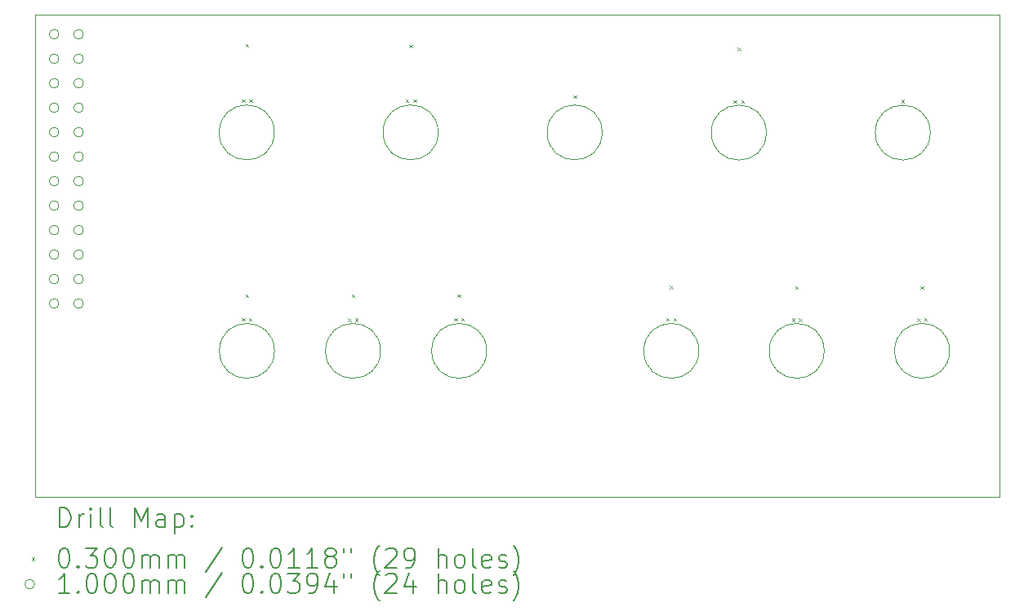
<source format=gbr>
%TF.GenerationSoftware,KiCad,Pcbnew,8.0.9-8.0.9-0~ubuntu24.04.1*%
%TF.CreationDate,2025-06-12T22:50:13-04:00*%
%TF.ProjectId,CoilTest,436f696c-5465-4737-942e-6b696361645f,0.0*%
%TF.SameCoordinates,Original*%
%TF.FileFunction,Drillmap*%
%TF.FilePolarity,Positive*%
%FSLAX45Y45*%
G04 Gerber Fmt 4.5, Leading zero omitted, Abs format (unit mm)*
G04 Created by KiCad (PCBNEW 8.0.9-8.0.9-0~ubuntu24.04.1) date 2025-06-12 22:50:13*
%MOMM*%
%LPD*%
G01*
G04 APERTURE LIST*
%ADD10C,0.050000*%
%ADD11C,0.200000*%
%ADD12C,0.100000*%
G04 APERTURE END LIST*
D10*
X16885000Y-8485000D02*
G75*
G02*
X16315000Y-8485000I-285000J0D01*
G01*
X16315000Y-8485000D02*
G75*
G02*
X16885000Y-8485000I285000J0D01*
G01*
X14685000Y-8485000D02*
G75*
G02*
X14115000Y-8485000I-285000J0D01*
G01*
X14115000Y-8485000D02*
G75*
G02*
X14685000Y-8485000I285000J0D01*
G01*
X19285000Y-6220000D02*
G75*
G02*
X18715000Y-6220000I-285000J0D01*
G01*
X18715000Y-6220000D02*
G75*
G02*
X19285000Y-6220000I285000J0D01*
G01*
X18185000Y-8485000D02*
G75*
G02*
X17615000Y-8485000I-285000J0D01*
G01*
X17615000Y-8485000D02*
G75*
G02*
X18185000Y-8485000I285000J0D01*
G01*
X17585000Y-6220000D02*
G75*
G02*
X17015000Y-6220000I-285000J0D01*
G01*
X17015000Y-6220000D02*
G75*
G02*
X17585000Y-6220000I285000J0D01*
G01*
X12485000Y-8485000D02*
G75*
G02*
X11915000Y-8485000I-285000J0D01*
G01*
X11915000Y-8485000D02*
G75*
G02*
X12485000Y-8485000I285000J0D01*
G01*
X14182548Y-6217790D02*
G75*
G02*
X13612548Y-6217790I-285000J0D01*
G01*
X13612548Y-6217790D02*
G75*
G02*
X14182548Y-6217790I285000J0D01*
G01*
X15883161Y-6218272D02*
G75*
G02*
X15313161Y-6218272I-285000J0D01*
G01*
X15313161Y-6218272D02*
G75*
G02*
X15883161Y-6218272I285000J0D01*
G01*
X19485000Y-8485000D02*
G75*
G02*
X18915000Y-8485000I-285000J0D01*
G01*
X18915000Y-8485000D02*
G75*
G02*
X19485000Y-8485000I285000J0D01*
G01*
X12483000Y-6218000D02*
G75*
G02*
X11913000Y-6218000I-285000J0D01*
G01*
X11913000Y-6218000D02*
G75*
G02*
X12483000Y-6218000I285000J0D01*
G01*
X20000000Y-10000000D02*
X10000000Y-10000000D01*
X10000000Y-5000000D01*
X20000000Y-5000000D01*
X20000000Y-10000000D01*
X13585000Y-8485000D02*
G75*
G02*
X13015000Y-8485000I-285000J0D01*
G01*
X13015000Y-8485000D02*
G75*
G02*
X13585000Y-8485000I285000J0D01*
G01*
D11*
D12*
X12147000Y-5875000D02*
X12177000Y-5905000D01*
X12177000Y-5875000D02*
X12147000Y-5905000D01*
X12148000Y-8144000D02*
X12178000Y-8174000D01*
X12178000Y-8144000D02*
X12148000Y-8174000D01*
X12185000Y-5300000D02*
X12215000Y-5330000D01*
X12215000Y-5300000D02*
X12185000Y-5330000D01*
X12185000Y-7898000D02*
X12215000Y-7928000D01*
X12215000Y-7898000D02*
X12185000Y-7928000D01*
X12221000Y-8144000D02*
X12251000Y-8174000D01*
X12251000Y-8144000D02*
X12221000Y-8174000D01*
X12225000Y-5875000D02*
X12255000Y-5905000D01*
X12255000Y-5875000D02*
X12225000Y-5905000D01*
X13247935Y-8147267D02*
X13277935Y-8177267D01*
X13277935Y-8147267D02*
X13247935Y-8177267D01*
X13285000Y-7897000D02*
X13315000Y-7927000D01*
X13315000Y-7897000D02*
X13285000Y-7927000D01*
X13321791Y-8147144D02*
X13351791Y-8177144D01*
X13351791Y-8147144D02*
X13321791Y-8177144D01*
X13843644Y-5875794D02*
X13873644Y-5905794D01*
X13873644Y-5875794D02*
X13843644Y-5905794D01*
X13882644Y-5307795D02*
X13912644Y-5337795D01*
X13912644Y-5307795D02*
X13882644Y-5337795D01*
X13923644Y-5875794D02*
X13953644Y-5905794D01*
X13953644Y-5875794D02*
X13923644Y-5905794D01*
X14349000Y-8145000D02*
X14379000Y-8175000D01*
X14379000Y-8145000D02*
X14349000Y-8175000D01*
X14385000Y-7898000D02*
X14415000Y-7928000D01*
X14415000Y-7898000D02*
X14385000Y-7928000D01*
X14422000Y-8145000D02*
X14452000Y-8175000D01*
X14452000Y-8145000D02*
X14422000Y-8175000D01*
X15585000Y-5833000D02*
X15615000Y-5863000D01*
X15615000Y-5833000D02*
X15585000Y-5863000D01*
X16548000Y-8145000D02*
X16578000Y-8175000D01*
X16578000Y-8145000D02*
X16548000Y-8175000D01*
X16585000Y-7808000D02*
X16615000Y-7838000D01*
X16615000Y-7808000D02*
X16585000Y-7838000D01*
X16622000Y-8143000D02*
X16652000Y-8173000D01*
X16652000Y-8143000D02*
X16622000Y-8173000D01*
X17246599Y-5882386D02*
X17276599Y-5912386D01*
X17276599Y-5882386D02*
X17246599Y-5912386D01*
X17285000Y-5335000D02*
X17315000Y-5365000D01*
X17315000Y-5335000D02*
X17285000Y-5365000D01*
X17323426Y-5882388D02*
X17353426Y-5912388D01*
X17353426Y-5882388D02*
X17323426Y-5912388D01*
X17849000Y-8146000D02*
X17879000Y-8176000D01*
X17879000Y-8146000D02*
X17849000Y-8176000D01*
X17885000Y-7812000D02*
X17915000Y-7842000D01*
X17915000Y-7812000D02*
X17885000Y-7842000D01*
X17921000Y-8146000D02*
X17951000Y-8176000D01*
X17951000Y-8146000D02*
X17921000Y-8176000D01*
X18986000Y-5879000D02*
X19016000Y-5909000D01*
X19016000Y-5879000D02*
X18986000Y-5909000D01*
X19148000Y-8147000D02*
X19178000Y-8177000D01*
X19178000Y-8147000D02*
X19148000Y-8177000D01*
X19185000Y-7812000D02*
X19215000Y-7842000D01*
X19215000Y-7812000D02*
X19185000Y-7842000D01*
X19222000Y-8145000D02*
X19252000Y-8175000D01*
X19252000Y-8145000D02*
X19222000Y-8175000D01*
X10250000Y-5200000D02*
G75*
G02*
X10150000Y-5200000I-50000J0D01*
G01*
X10150000Y-5200000D02*
G75*
G02*
X10250000Y-5200000I50000J0D01*
G01*
X10250000Y-5454000D02*
G75*
G02*
X10150000Y-5454000I-50000J0D01*
G01*
X10150000Y-5454000D02*
G75*
G02*
X10250000Y-5454000I50000J0D01*
G01*
X10250000Y-5708000D02*
G75*
G02*
X10150000Y-5708000I-50000J0D01*
G01*
X10150000Y-5708000D02*
G75*
G02*
X10250000Y-5708000I50000J0D01*
G01*
X10250000Y-5962000D02*
G75*
G02*
X10150000Y-5962000I-50000J0D01*
G01*
X10150000Y-5962000D02*
G75*
G02*
X10250000Y-5962000I50000J0D01*
G01*
X10250000Y-6216000D02*
G75*
G02*
X10150000Y-6216000I-50000J0D01*
G01*
X10150000Y-6216000D02*
G75*
G02*
X10250000Y-6216000I50000J0D01*
G01*
X10250000Y-6470000D02*
G75*
G02*
X10150000Y-6470000I-50000J0D01*
G01*
X10150000Y-6470000D02*
G75*
G02*
X10250000Y-6470000I50000J0D01*
G01*
X10250000Y-6724000D02*
G75*
G02*
X10150000Y-6724000I-50000J0D01*
G01*
X10150000Y-6724000D02*
G75*
G02*
X10250000Y-6724000I50000J0D01*
G01*
X10250000Y-6978000D02*
G75*
G02*
X10150000Y-6978000I-50000J0D01*
G01*
X10150000Y-6978000D02*
G75*
G02*
X10250000Y-6978000I50000J0D01*
G01*
X10250000Y-7232000D02*
G75*
G02*
X10150000Y-7232000I-50000J0D01*
G01*
X10150000Y-7232000D02*
G75*
G02*
X10250000Y-7232000I50000J0D01*
G01*
X10250000Y-7486000D02*
G75*
G02*
X10150000Y-7486000I-50000J0D01*
G01*
X10150000Y-7486000D02*
G75*
G02*
X10250000Y-7486000I50000J0D01*
G01*
X10250000Y-7740000D02*
G75*
G02*
X10150000Y-7740000I-50000J0D01*
G01*
X10150000Y-7740000D02*
G75*
G02*
X10250000Y-7740000I50000J0D01*
G01*
X10250000Y-7994000D02*
G75*
G02*
X10150000Y-7994000I-50000J0D01*
G01*
X10150000Y-7994000D02*
G75*
G02*
X10250000Y-7994000I50000J0D01*
G01*
X10504000Y-5200000D02*
G75*
G02*
X10404000Y-5200000I-50000J0D01*
G01*
X10404000Y-5200000D02*
G75*
G02*
X10504000Y-5200000I50000J0D01*
G01*
X10504000Y-5454000D02*
G75*
G02*
X10404000Y-5454000I-50000J0D01*
G01*
X10404000Y-5454000D02*
G75*
G02*
X10504000Y-5454000I50000J0D01*
G01*
X10504000Y-5708000D02*
G75*
G02*
X10404000Y-5708000I-50000J0D01*
G01*
X10404000Y-5708000D02*
G75*
G02*
X10504000Y-5708000I50000J0D01*
G01*
X10504000Y-5962000D02*
G75*
G02*
X10404000Y-5962000I-50000J0D01*
G01*
X10404000Y-5962000D02*
G75*
G02*
X10504000Y-5962000I50000J0D01*
G01*
X10504000Y-6216000D02*
G75*
G02*
X10404000Y-6216000I-50000J0D01*
G01*
X10404000Y-6216000D02*
G75*
G02*
X10504000Y-6216000I50000J0D01*
G01*
X10504000Y-6470000D02*
G75*
G02*
X10404000Y-6470000I-50000J0D01*
G01*
X10404000Y-6470000D02*
G75*
G02*
X10504000Y-6470000I50000J0D01*
G01*
X10504000Y-6724000D02*
G75*
G02*
X10404000Y-6724000I-50000J0D01*
G01*
X10404000Y-6724000D02*
G75*
G02*
X10504000Y-6724000I50000J0D01*
G01*
X10504000Y-6978000D02*
G75*
G02*
X10404000Y-6978000I-50000J0D01*
G01*
X10404000Y-6978000D02*
G75*
G02*
X10504000Y-6978000I50000J0D01*
G01*
X10504000Y-7232000D02*
G75*
G02*
X10404000Y-7232000I-50000J0D01*
G01*
X10404000Y-7232000D02*
G75*
G02*
X10504000Y-7232000I50000J0D01*
G01*
X10504000Y-7486000D02*
G75*
G02*
X10404000Y-7486000I-50000J0D01*
G01*
X10404000Y-7486000D02*
G75*
G02*
X10504000Y-7486000I50000J0D01*
G01*
X10504000Y-7740000D02*
G75*
G02*
X10404000Y-7740000I-50000J0D01*
G01*
X10404000Y-7740000D02*
G75*
G02*
X10504000Y-7740000I50000J0D01*
G01*
X10504000Y-7994000D02*
G75*
G02*
X10404000Y-7994000I-50000J0D01*
G01*
X10404000Y-7994000D02*
G75*
G02*
X10504000Y-7994000I50000J0D01*
G01*
D11*
X10258277Y-10313984D02*
X10258277Y-10113984D01*
X10258277Y-10113984D02*
X10305896Y-10113984D01*
X10305896Y-10113984D02*
X10334467Y-10123508D01*
X10334467Y-10123508D02*
X10353515Y-10142555D01*
X10353515Y-10142555D02*
X10363039Y-10161603D01*
X10363039Y-10161603D02*
X10372563Y-10199698D01*
X10372563Y-10199698D02*
X10372563Y-10228270D01*
X10372563Y-10228270D02*
X10363039Y-10266365D01*
X10363039Y-10266365D02*
X10353515Y-10285412D01*
X10353515Y-10285412D02*
X10334467Y-10304460D01*
X10334467Y-10304460D02*
X10305896Y-10313984D01*
X10305896Y-10313984D02*
X10258277Y-10313984D01*
X10458277Y-10313984D02*
X10458277Y-10180650D01*
X10458277Y-10218746D02*
X10467801Y-10199698D01*
X10467801Y-10199698D02*
X10477324Y-10190174D01*
X10477324Y-10190174D02*
X10496372Y-10180650D01*
X10496372Y-10180650D02*
X10515420Y-10180650D01*
X10582086Y-10313984D02*
X10582086Y-10180650D01*
X10582086Y-10113984D02*
X10572563Y-10123508D01*
X10572563Y-10123508D02*
X10582086Y-10133031D01*
X10582086Y-10133031D02*
X10591610Y-10123508D01*
X10591610Y-10123508D02*
X10582086Y-10113984D01*
X10582086Y-10113984D02*
X10582086Y-10133031D01*
X10705896Y-10313984D02*
X10686848Y-10304460D01*
X10686848Y-10304460D02*
X10677324Y-10285412D01*
X10677324Y-10285412D02*
X10677324Y-10113984D01*
X10810658Y-10313984D02*
X10791610Y-10304460D01*
X10791610Y-10304460D02*
X10782086Y-10285412D01*
X10782086Y-10285412D02*
X10782086Y-10113984D01*
X11039229Y-10313984D02*
X11039229Y-10113984D01*
X11039229Y-10113984D02*
X11105896Y-10256841D01*
X11105896Y-10256841D02*
X11172563Y-10113984D01*
X11172563Y-10113984D02*
X11172563Y-10313984D01*
X11353515Y-10313984D02*
X11353515Y-10209222D01*
X11353515Y-10209222D02*
X11343991Y-10190174D01*
X11343991Y-10190174D02*
X11324943Y-10180650D01*
X11324943Y-10180650D02*
X11286848Y-10180650D01*
X11286848Y-10180650D02*
X11267801Y-10190174D01*
X11353515Y-10304460D02*
X11334467Y-10313984D01*
X11334467Y-10313984D02*
X11286848Y-10313984D01*
X11286848Y-10313984D02*
X11267801Y-10304460D01*
X11267801Y-10304460D02*
X11258277Y-10285412D01*
X11258277Y-10285412D02*
X11258277Y-10266365D01*
X11258277Y-10266365D02*
X11267801Y-10247317D01*
X11267801Y-10247317D02*
X11286848Y-10237793D01*
X11286848Y-10237793D02*
X11334467Y-10237793D01*
X11334467Y-10237793D02*
X11353515Y-10228270D01*
X11448753Y-10180650D02*
X11448753Y-10380650D01*
X11448753Y-10190174D02*
X11467801Y-10180650D01*
X11467801Y-10180650D02*
X11505896Y-10180650D01*
X11505896Y-10180650D02*
X11524943Y-10190174D01*
X11524943Y-10190174D02*
X11534467Y-10199698D01*
X11534467Y-10199698D02*
X11543991Y-10218746D01*
X11543991Y-10218746D02*
X11543991Y-10275889D01*
X11543991Y-10275889D02*
X11534467Y-10294936D01*
X11534467Y-10294936D02*
X11524943Y-10304460D01*
X11524943Y-10304460D02*
X11505896Y-10313984D01*
X11505896Y-10313984D02*
X11467801Y-10313984D01*
X11467801Y-10313984D02*
X11448753Y-10304460D01*
X11629705Y-10294936D02*
X11639229Y-10304460D01*
X11639229Y-10304460D02*
X11629705Y-10313984D01*
X11629705Y-10313984D02*
X11620182Y-10304460D01*
X11620182Y-10304460D02*
X11629705Y-10294936D01*
X11629705Y-10294936D02*
X11629705Y-10313984D01*
X11629705Y-10190174D02*
X11639229Y-10199698D01*
X11639229Y-10199698D02*
X11629705Y-10209222D01*
X11629705Y-10209222D02*
X11620182Y-10199698D01*
X11620182Y-10199698D02*
X11629705Y-10190174D01*
X11629705Y-10190174D02*
X11629705Y-10209222D01*
D12*
X9967500Y-10627500D02*
X9997500Y-10657500D01*
X9997500Y-10627500D02*
X9967500Y-10657500D01*
D11*
X10296372Y-10533984D02*
X10315420Y-10533984D01*
X10315420Y-10533984D02*
X10334467Y-10543508D01*
X10334467Y-10543508D02*
X10343991Y-10553031D01*
X10343991Y-10553031D02*
X10353515Y-10572079D01*
X10353515Y-10572079D02*
X10363039Y-10610174D01*
X10363039Y-10610174D02*
X10363039Y-10657793D01*
X10363039Y-10657793D02*
X10353515Y-10695889D01*
X10353515Y-10695889D02*
X10343991Y-10714936D01*
X10343991Y-10714936D02*
X10334467Y-10724460D01*
X10334467Y-10724460D02*
X10315420Y-10733984D01*
X10315420Y-10733984D02*
X10296372Y-10733984D01*
X10296372Y-10733984D02*
X10277324Y-10724460D01*
X10277324Y-10724460D02*
X10267801Y-10714936D01*
X10267801Y-10714936D02*
X10258277Y-10695889D01*
X10258277Y-10695889D02*
X10248753Y-10657793D01*
X10248753Y-10657793D02*
X10248753Y-10610174D01*
X10248753Y-10610174D02*
X10258277Y-10572079D01*
X10258277Y-10572079D02*
X10267801Y-10553031D01*
X10267801Y-10553031D02*
X10277324Y-10543508D01*
X10277324Y-10543508D02*
X10296372Y-10533984D01*
X10448753Y-10714936D02*
X10458277Y-10724460D01*
X10458277Y-10724460D02*
X10448753Y-10733984D01*
X10448753Y-10733984D02*
X10439229Y-10724460D01*
X10439229Y-10724460D02*
X10448753Y-10714936D01*
X10448753Y-10714936D02*
X10448753Y-10733984D01*
X10524944Y-10533984D02*
X10648753Y-10533984D01*
X10648753Y-10533984D02*
X10582086Y-10610174D01*
X10582086Y-10610174D02*
X10610658Y-10610174D01*
X10610658Y-10610174D02*
X10629705Y-10619698D01*
X10629705Y-10619698D02*
X10639229Y-10629222D01*
X10639229Y-10629222D02*
X10648753Y-10648270D01*
X10648753Y-10648270D02*
X10648753Y-10695889D01*
X10648753Y-10695889D02*
X10639229Y-10714936D01*
X10639229Y-10714936D02*
X10629705Y-10724460D01*
X10629705Y-10724460D02*
X10610658Y-10733984D01*
X10610658Y-10733984D02*
X10553515Y-10733984D01*
X10553515Y-10733984D02*
X10534467Y-10724460D01*
X10534467Y-10724460D02*
X10524944Y-10714936D01*
X10772563Y-10533984D02*
X10791610Y-10533984D01*
X10791610Y-10533984D02*
X10810658Y-10543508D01*
X10810658Y-10543508D02*
X10820182Y-10553031D01*
X10820182Y-10553031D02*
X10829705Y-10572079D01*
X10829705Y-10572079D02*
X10839229Y-10610174D01*
X10839229Y-10610174D02*
X10839229Y-10657793D01*
X10839229Y-10657793D02*
X10829705Y-10695889D01*
X10829705Y-10695889D02*
X10820182Y-10714936D01*
X10820182Y-10714936D02*
X10810658Y-10724460D01*
X10810658Y-10724460D02*
X10791610Y-10733984D01*
X10791610Y-10733984D02*
X10772563Y-10733984D01*
X10772563Y-10733984D02*
X10753515Y-10724460D01*
X10753515Y-10724460D02*
X10743991Y-10714936D01*
X10743991Y-10714936D02*
X10734467Y-10695889D01*
X10734467Y-10695889D02*
X10724944Y-10657793D01*
X10724944Y-10657793D02*
X10724944Y-10610174D01*
X10724944Y-10610174D02*
X10734467Y-10572079D01*
X10734467Y-10572079D02*
X10743991Y-10553031D01*
X10743991Y-10553031D02*
X10753515Y-10543508D01*
X10753515Y-10543508D02*
X10772563Y-10533984D01*
X10963039Y-10533984D02*
X10982086Y-10533984D01*
X10982086Y-10533984D02*
X11001134Y-10543508D01*
X11001134Y-10543508D02*
X11010658Y-10553031D01*
X11010658Y-10553031D02*
X11020182Y-10572079D01*
X11020182Y-10572079D02*
X11029705Y-10610174D01*
X11029705Y-10610174D02*
X11029705Y-10657793D01*
X11029705Y-10657793D02*
X11020182Y-10695889D01*
X11020182Y-10695889D02*
X11010658Y-10714936D01*
X11010658Y-10714936D02*
X11001134Y-10724460D01*
X11001134Y-10724460D02*
X10982086Y-10733984D01*
X10982086Y-10733984D02*
X10963039Y-10733984D01*
X10963039Y-10733984D02*
X10943991Y-10724460D01*
X10943991Y-10724460D02*
X10934467Y-10714936D01*
X10934467Y-10714936D02*
X10924944Y-10695889D01*
X10924944Y-10695889D02*
X10915420Y-10657793D01*
X10915420Y-10657793D02*
X10915420Y-10610174D01*
X10915420Y-10610174D02*
X10924944Y-10572079D01*
X10924944Y-10572079D02*
X10934467Y-10553031D01*
X10934467Y-10553031D02*
X10943991Y-10543508D01*
X10943991Y-10543508D02*
X10963039Y-10533984D01*
X11115420Y-10733984D02*
X11115420Y-10600650D01*
X11115420Y-10619698D02*
X11124944Y-10610174D01*
X11124944Y-10610174D02*
X11143991Y-10600650D01*
X11143991Y-10600650D02*
X11172563Y-10600650D01*
X11172563Y-10600650D02*
X11191610Y-10610174D01*
X11191610Y-10610174D02*
X11201134Y-10629222D01*
X11201134Y-10629222D02*
X11201134Y-10733984D01*
X11201134Y-10629222D02*
X11210658Y-10610174D01*
X11210658Y-10610174D02*
X11229705Y-10600650D01*
X11229705Y-10600650D02*
X11258277Y-10600650D01*
X11258277Y-10600650D02*
X11277324Y-10610174D01*
X11277324Y-10610174D02*
X11286848Y-10629222D01*
X11286848Y-10629222D02*
X11286848Y-10733984D01*
X11382086Y-10733984D02*
X11382086Y-10600650D01*
X11382086Y-10619698D02*
X11391610Y-10610174D01*
X11391610Y-10610174D02*
X11410658Y-10600650D01*
X11410658Y-10600650D02*
X11439229Y-10600650D01*
X11439229Y-10600650D02*
X11458277Y-10610174D01*
X11458277Y-10610174D02*
X11467801Y-10629222D01*
X11467801Y-10629222D02*
X11467801Y-10733984D01*
X11467801Y-10629222D02*
X11477324Y-10610174D01*
X11477324Y-10610174D02*
X11496372Y-10600650D01*
X11496372Y-10600650D02*
X11524943Y-10600650D01*
X11524943Y-10600650D02*
X11543991Y-10610174D01*
X11543991Y-10610174D02*
X11553515Y-10629222D01*
X11553515Y-10629222D02*
X11553515Y-10733984D01*
X11943991Y-10524460D02*
X11772563Y-10781603D01*
X12201134Y-10533984D02*
X12220182Y-10533984D01*
X12220182Y-10533984D02*
X12239229Y-10543508D01*
X12239229Y-10543508D02*
X12248753Y-10553031D01*
X12248753Y-10553031D02*
X12258277Y-10572079D01*
X12258277Y-10572079D02*
X12267801Y-10610174D01*
X12267801Y-10610174D02*
X12267801Y-10657793D01*
X12267801Y-10657793D02*
X12258277Y-10695889D01*
X12258277Y-10695889D02*
X12248753Y-10714936D01*
X12248753Y-10714936D02*
X12239229Y-10724460D01*
X12239229Y-10724460D02*
X12220182Y-10733984D01*
X12220182Y-10733984D02*
X12201134Y-10733984D01*
X12201134Y-10733984D02*
X12182086Y-10724460D01*
X12182086Y-10724460D02*
X12172563Y-10714936D01*
X12172563Y-10714936D02*
X12163039Y-10695889D01*
X12163039Y-10695889D02*
X12153515Y-10657793D01*
X12153515Y-10657793D02*
X12153515Y-10610174D01*
X12153515Y-10610174D02*
X12163039Y-10572079D01*
X12163039Y-10572079D02*
X12172563Y-10553031D01*
X12172563Y-10553031D02*
X12182086Y-10543508D01*
X12182086Y-10543508D02*
X12201134Y-10533984D01*
X12353515Y-10714936D02*
X12363039Y-10724460D01*
X12363039Y-10724460D02*
X12353515Y-10733984D01*
X12353515Y-10733984D02*
X12343991Y-10724460D01*
X12343991Y-10724460D02*
X12353515Y-10714936D01*
X12353515Y-10714936D02*
X12353515Y-10733984D01*
X12486848Y-10533984D02*
X12505896Y-10533984D01*
X12505896Y-10533984D02*
X12524944Y-10543508D01*
X12524944Y-10543508D02*
X12534467Y-10553031D01*
X12534467Y-10553031D02*
X12543991Y-10572079D01*
X12543991Y-10572079D02*
X12553515Y-10610174D01*
X12553515Y-10610174D02*
X12553515Y-10657793D01*
X12553515Y-10657793D02*
X12543991Y-10695889D01*
X12543991Y-10695889D02*
X12534467Y-10714936D01*
X12534467Y-10714936D02*
X12524944Y-10724460D01*
X12524944Y-10724460D02*
X12505896Y-10733984D01*
X12505896Y-10733984D02*
X12486848Y-10733984D01*
X12486848Y-10733984D02*
X12467801Y-10724460D01*
X12467801Y-10724460D02*
X12458277Y-10714936D01*
X12458277Y-10714936D02*
X12448753Y-10695889D01*
X12448753Y-10695889D02*
X12439229Y-10657793D01*
X12439229Y-10657793D02*
X12439229Y-10610174D01*
X12439229Y-10610174D02*
X12448753Y-10572079D01*
X12448753Y-10572079D02*
X12458277Y-10553031D01*
X12458277Y-10553031D02*
X12467801Y-10543508D01*
X12467801Y-10543508D02*
X12486848Y-10533984D01*
X12743991Y-10733984D02*
X12629706Y-10733984D01*
X12686848Y-10733984D02*
X12686848Y-10533984D01*
X12686848Y-10533984D02*
X12667801Y-10562555D01*
X12667801Y-10562555D02*
X12648753Y-10581603D01*
X12648753Y-10581603D02*
X12629706Y-10591127D01*
X12934467Y-10733984D02*
X12820182Y-10733984D01*
X12877325Y-10733984D02*
X12877325Y-10533984D01*
X12877325Y-10533984D02*
X12858277Y-10562555D01*
X12858277Y-10562555D02*
X12839229Y-10581603D01*
X12839229Y-10581603D02*
X12820182Y-10591127D01*
X13048753Y-10619698D02*
X13029706Y-10610174D01*
X13029706Y-10610174D02*
X13020182Y-10600650D01*
X13020182Y-10600650D02*
X13010658Y-10581603D01*
X13010658Y-10581603D02*
X13010658Y-10572079D01*
X13010658Y-10572079D02*
X13020182Y-10553031D01*
X13020182Y-10553031D02*
X13029706Y-10543508D01*
X13029706Y-10543508D02*
X13048753Y-10533984D01*
X13048753Y-10533984D02*
X13086848Y-10533984D01*
X13086848Y-10533984D02*
X13105896Y-10543508D01*
X13105896Y-10543508D02*
X13115420Y-10553031D01*
X13115420Y-10553031D02*
X13124944Y-10572079D01*
X13124944Y-10572079D02*
X13124944Y-10581603D01*
X13124944Y-10581603D02*
X13115420Y-10600650D01*
X13115420Y-10600650D02*
X13105896Y-10610174D01*
X13105896Y-10610174D02*
X13086848Y-10619698D01*
X13086848Y-10619698D02*
X13048753Y-10619698D01*
X13048753Y-10619698D02*
X13029706Y-10629222D01*
X13029706Y-10629222D02*
X13020182Y-10638746D01*
X13020182Y-10638746D02*
X13010658Y-10657793D01*
X13010658Y-10657793D02*
X13010658Y-10695889D01*
X13010658Y-10695889D02*
X13020182Y-10714936D01*
X13020182Y-10714936D02*
X13029706Y-10724460D01*
X13029706Y-10724460D02*
X13048753Y-10733984D01*
X13048753Y-10733984D02*
X13086848Y-10733984D01*
X13086848Y-10733984D02*
X13105896Y-10724460D01*
X13105896Y-10724460D02*
X13115420Y-10714936D01*
X13115420Y-10714936D02*
X13124944Y-10695889D01*
X13124944Y-10695889D02*
X13124944Y-10657793D01*
X13124944Y-10657793D02*
X13115420Y-10638746D01*
X13115420Y-10638746D02*
X13105896Y-10629222D01*
X13105896Y-10629222D02*
X13086848Y-10619698D01*
X13201134Y-10533984D02*
X13201134Y-10572079D01*
X13277325Y-10533984D02*
X13277325Y-10572079D01*
X13572563Y-10810174D02*
X13563039Y-10800650D01*
X13563039Y-10800650D02*
X13543991Y-10772079D01*
X13543991Y-10772079D02*
X13534468Y-10753031D01*
X13534468Y-10753031D02*
X13524944Y-10724460D01*
X13524944Y-10724460D02*
X13515420Y-10676841D01*
X13515420Y-10676841D02*
X13515420Y-10638746D01*
X13515420Y-10638746D02*
X13524944Y-10591127D01*
X13524944Y-10591127D02*
X13534468Y-10562555D01*
X13534468Y-10562555D02*
X13543991Y-10543508D01*
X13543991Y-10543508D02*
X13563039Y-10514936D01*
X13563039Y-10514936D02*
X13572563Y-10505412D01*
X13639229Y-10553031D02*
X13648753Y-10543508D01*
X13648753Y-10543508D02*
X13667801Y-10533984D01*
X13667801Y-10533984D02*
X13715420Y-10533984D01*
X13715420Y-10533984D02*
X13734468Y-10543508D01*
X13734468Y-10543508D02*
X13743991Y-10553031D01*
X13743991Y-10553031D02*
X13753515Y-10572079D01*
X13753515Y-10572079D02*
X13753515Y-10591127D01*
X13753515Y-10591127D02*
X13743991Y-10619698D01*
X13743991Y-10619698D02*
X13629706Y-10733984D01*
X13629706Y-10733984D02*
X13753515Y-10733984D01*
X13848753Y-10733984D02*
X13886848Y-10733984D01*
X13886848Y-10733984D02*
X13905896Y-10724460D01*
X13905896Y-10724460D02*
X13915420Y-10714936D01*
X13915420Y-10714936D02*
X13934468Y-10686365D01*
X13934468Y-10686365D02*
X13943991Y-10648270D01*
X13943991Y-10648270D02*
X13943991Y-10572079D01*
X13943991Y-10572079D02*
X13934468Y-10553031D01*
X13934468Y-10553031D02*
X13924944Y-10543508D01*
X13924944Y-10543508D02*
X13905896Y-10533984D01*
X13905896Y-10533984D02*
X13867801Y-10533984D01*
X13867801Y-10533984D02*
X13848753Y-10543508D01*
X13848753Y-10543508D02*
X13839229Y-10553031D01*
X13839229Y-10553031D02*
X13829706Y-10572079D01*
X13829706Y-10572079D02*
X13829706Y-10619698D01*
X13829706Y-10619698D02*
X13839229Y-10638746D01*
X13839229Y-10638746D02*
X13848753Y-10648270D01*
X13848753Y-10648270D02*
X13867801Y-10657793D01*
X13867801Y-10657793D02*
X13905896Y-10657793D01*
X13905896Y-10657793D02*
X13924944Y-10648270D01*
X13924944Y-10648270D02*
X13934468Y-10638746D01*
X13934468Y-10638746D02*
X13943991Y-10619698D01*
X14182087Y-10733984D02*
X14182087Y-10533984D01*
X14267801Y-10733984D02*
X14267801Y-10629222D01*
X14267801Y-10629222D02*
X14258277Y-10610174D01*
X14258277Y-10610174D02*
X14239230Y-10600650D01*
X14239230Y-10600650D02*
X14210658Y-10600650D01*
X14210658Y-10600650D02*
X14191610Y-10610174D01*
X14191610Y-10610174D02*
X14182087Y-10619698D01*
X14391610Y-10733984D02*
X14372563Y-10724460D01*
X14372563Y-10724460D02*
X14363039Y-10714936D01*
X14363039Y-10714936D02*
X14353515Y-10695889D01*
X14353515Y-10695889D02*
X14353515Y-10638746D01*
X14353515Y-10638746D02*
X14363039Y-10619698D01*
X14363039Y-10619698D02*
X14372563Y-10610174D01*
X14372563Y-10610174D02*
X14391610Y-10600650D01*
X14391610Y-10600650D02*
X14420182Y-10600650D01*
X14420182Y-10600650D02*
X14439230Y-10610174D01*
X14439230Y-10610174D02*
X14448753Y-10619698D01*
X14448753Y-10619698D02*
X14458277Y-10638746D01*
X14458277Y-10638746D02*
X14458277Y-10695889D01*
X14458277Y-10695889D02*
X14448753Y-10714936D01*
X14448753Y-10714936D02*
X14439230Y-10724460D01*
X14439230Y-10724460D02*
X14420182Y-10733984D01*
X14420182Y-10733984D02*
X14391610Y-10733984D01*
X14572563Y-10733984D02*
X14553515Y-10724460D01*
X14553515Y-10724460D02*
X14543991Y-10705412D01*
X14543991Y-10705412D02*
X14543991Y-10533984D01*
X14724944Y-10724460D02*
X14705896Y-10733984D01*
X14705896Y-10733984D02*
X14667801Y-10733984D01*
X14667801Y-10733984D02*
X14648753Y-10724460D01*
X14648753Y-10724460D02*
X14639230Y-10705412D01*
X14639230Y-10705412D02*
X14639230Y-10629222D01*
X14639230Y-10629222D02*
X14648753Y-10610174D01*
X14648753Y-10610174D02*
X14667801Y-10600650D01*
X14667801Y-10600650D02*
X14705896Y-10600650D01*
X14705896Y-10600650D02*
X14724944Y-10610174D01*
X14724944Y-10610174D02*
X14734468Y-10629222D01*
X14734468Y-10629222D02*
X14734468Y-10648270D01*
X14734468Y-10648270D02*
X14639230Y-10667317D01*
X14810658Y-10724460D02*
X14829706Y-10733984D01*
X14829706Y-10733984D02*
X14867801Y-10733984D01*
X14867801Y-10733984D02*
X14886849Y-10724460D01*
X14886849Y-10724460D02*
X14896372Y-10705412D01*
X14896372Y-10705412D02*
X14896372Y-10695889D01*
X14896372Y-10695889D02*
X14886849Y-10676841D01*
X14886849Y-10676841D02*
X14867801Y-10667317D01*
X14867801Y-10667317D02*
X14839230Y-10667317D01*
X14839230Y-10667317D02*
X14820182Y-10657793D01*
X14820182Y-10657793D02*
X14810658Y-10638746D01*
X14810658Y-10638746D02*
X14810658Y-10629222D01*
X14810658Y-10629222D02*
X14820182Y-10610174D01*
X14820182Y-10610174D02*
X14839230Y-10600650D01*
X14839230Y-10600650D02*
X14867801Y-10600650D01*
X14867801Y-10600650D02*
X14886849Y-10610174D01*
X14963039Y-10810174D02*
X14972563Y-10800650D01*
X14972563Y-10800650D02*
X14991611Y-10772079D01*
X14991611Y-10772079D02*
X15001134Y-10753031D01*
X15001134Y-10753031D02*
X15010658Y-10724460D01*
X15010658Y-10724460D02*
X15020182Y-10676841D01*
X15020182Y-10676841D02*
X15020182Y-10638746D01*
X15020182Y-10638746D02*
X15010658Y-10591127D01*
X15010658Y-10591127D02*
X15001134Y-10562555D01*
X15001134Y-10562555D02*
X14991611Y-10543508D01*
X14991611Y-10543508D02*
X14972563Y-10514936D01*
X14972563Y-10514936D02*
X14963039Y-10505412D01*
D12*
X9997500Y-10906500D02*
G75*
G02*
X9897500Y-10906500I-50000J0D01*
G01*
X9897500Y-10906500D02*
G75*
G02*
X9997500Y-10906500I50000J0D01*
G01*
D11*
X10363039Y-10997984D02*
X10248753Y-10997984D01*
X10305896Y-10997984D02*
X10305896Y-10797984D01*
X10305896Y-10797984D02*
X10286848Y-10826555D01*
X10286848Y-10826555D02*
X10267801Y-10845603D01*
X10267801Y-10845603D02*
X10248753Y-10855127D01*
X10448753Y-10978936D02*
X10458277Y-10988460D01*
X10458277Y-10988460D02*
X10448753Y-10997984D01*
X10448753Y-10997984D02*
X10439229Y-10988460D01*
X10439229Y-10988460D02*
X10448753Y-10978936D01*
X10448753Y-10978936D02*
X10448753Y-10997984D01*
X10582086Y-10797984D02*
X10601134Y-10797984D01*
X10601134Y-10797984D02*
X10620182Y-10807508D01*
X10620182Y-10807508D02*
X10629705Y-10817031D01*
X10629705Y-10817031D02*
X10639229Y-10836079D01*
X10639229Y-10836079D02*
X10648753Y-10874174D01*
X10648753Y-10874174D02*
X10648753Y-10921793D01*
X10648753Y-10921793D02*
X10639229Y-10959889D01*
X10639229Y-10959889D02*
X10629705Y-10978936D01*
X10629705Y-10978936D02*
X10620182Y-10988460D01*
X10620182Y-10988460D02*
X10601134Y-10997984D01*
X10601134Y-10997984D02*
X10582086Y-10997984D01*
X10582086Y-10997984D02*
X10563039Y-10988460D01*
X10563039Y-10988460D02*
X10553515Y-10978936D01*
X10553515Y-10978936D02*
X10543991Y-10959889D01*
X10543991Y-10959889D02*
X10534467Y-10921793D01*
X10534467Y-10921793D02*
X10534467Y-10874174D01*
X10534467Y-10874174D02*
X10543991Y-10836079D01*
X10543991Y-10836079D02*
X10553515Y-10817031D01*
X10553515Y-10817031D02*
X10563039Y-10807508D01*
X10563039Y-10807508D02*
X10582086Y-10797984D01*
X10772563Y-10797984D02*
X10791610Y-10797984D01*
X10791610Y-10797984D02*
X10810658Y-10807508D01*
X10810658Y-10807508D02*
X10820182Y-10817031D01*
X10820182Y-10817031D02*
X10829705Y-10836079D01*
X10829705Y-10836079D02*
X10839229Y-10874174D01*
X10839229Y-10874174D02*
X10839229Y-10921793D01*
X10839229Y-10921793D02*
X10829705Y-10959889D01*
X10829705Y-10959889D02*
X10820182Y-10978936D01*
X10820182Y-10978936D02*
X10810658Y-10988460D01*
X10810658Y-10988460D02*
X10791610Y-10997984D01*
X10791610Y-10997984D02*
X10772563Y-10997984D01*
X10772563Y-10997984D02*
X10753515Y-10988460D01*
X10753515Y-10988460D02*
X10743991Y-10978936D01*
X10743991Y-10978936D02*
X10734467Y-10959889D01*
X10734467Y-10959889D02*
X10724944Y-10921793D01*
X10724944Y-10921793D02*
X10724944Y-10874174D01*
X10724944Y-10874174D02*
X10734467Y-10836079D01*
X10734467Y-10836079D02*
X10743991Y-10817031D01*
X10743991Y-10817031D02*
X10753515Y-10807508D01*
X10753515Y-10807508D02*
X10772563Y-10797984D01*
X10963039Y-10797984D02*
X10982086Y-10797984D01*
X10982086Y-10797984D02*
X11001134Y-10807508D01*
X11001134Y-10807508D02*
X11010658Y-10817031D01*
X11010658Y-10817031D02*
X11020182Y-10836079D01*
X11020182Y-10836079D02*
X11029705Y-10874174D01*
X11029705Y-10874174D02*
X11029705Y-10921793D01*
X11029705Y-10921793D02*
X11020182Y-10959889D01*
X11020182Y-10959889D02*
X11010658Y-10978936D01*
X11010658Y-10978936D02*
X11001134Y-10988460D01*
X11001134Y-10988460D02*
X10982086Y-10997984D01*
X10982086Y-10997984D02*
X10963039Y-10997984D01*
X10963039Y-10997984D02*
X10943991Y-10988460D01*
X10943991Y-10988460D02*
X10934467Y-10978936D01*
X10934467Y-10978936D02*
X10924944Y-10959889D01*
X10924944Y-10959889D02*
X10915420Y-10921793D01*
X10915420Y-10921793D02*
X10915420Y-10874174D01*
X10915420Y-10874174D02*
X10924944Y-10836079D01*
X10924944Y-10836079D02*
X10934467Y-10817031D01*
X10934467Y-10817031D02*
X10943991Y-10807508D01*
X10943991Y-10807508D02*
X10963039Y-10797984D01*
X11115420Y-10997984D02*
X11115420Y-10864650D01*
X11115420Y-10883698D02*
X11124944Y-10874174D01*
X11124944Y-10874174D02*
X11143991Y-10864650D01*
X11143991Y-10864650D02*
X11172563Y-10864650D01*
X11172563Y-10864650D02*
X11191610Y-10874174D01*
X11191610Y-10874174D02*
X11201134Y-10893222D01*
X11201134Y-10893222D02*
X11201134Y-10997984D01*
X11201134Y-10893222D02*
X11210658Y-10874174D01*
X11210658Y-10874174D02*
X11229705Y-10864650D01*
X11229705Y-10864650D02*
X11258277Y-10864650D01*
X11258277Y-10864650D02*
X11277324Y-10874174D01*
X11277324Y-10874174D02*
X11286848Y-10893222D01*
X11286848Y-10893222D02*
X11286848Y-10997984D01*
X11382086Y-10997984D02*
X11382086Y-10864650D01*
X11382086Y-10883698D02*
X11391610Y-10874174D01*
X11391610Y-10874174D02*
X11410658Y-10864650D01*
X11410658Y-10864650D02*
X11439229Y-10864650D01*
X11439229Y-10864650D02*
X11458277Y-10874174D01*
X11458277Y-10874174D02*
X11467801Y-10893222D01*
X11467801Y-10893222D02*
X11467801Y-10997984D01*
X11467801Y-10893222D02*
X11477324Y-10874174D01*
X11477324Y-10874174D02*
X11496372Y-10864650D01*
X11496372Y-10864650D02*
X11524943Y-10864650D01*
X11524943Y-10864650D02*
X11543991Y-10874174D01*
X11543991Y-10874174D02*
X11553515Y-10893222D01*
X11553515Y-10893222D02*
X11553515Y-10997984D01*
X11943991Y-10788460D02*
X11772563Y-11045603D01*
X12201134Y-10797984D02*
X12220182Y-10797984D01*
X12220182Y-10797984D02*
X12239229Y-10807508D01*
X12239229Y-10807508D02*
X12248753Y-10817031D01*
X12248753Y-10817031D02*
X12258277Y-10836079D01*
X12258277Y-10836079D02*
X12267801Y-10874174D01*
X12267801Y-10874174D02*
X12267801Y-10921793D01*
X12267801Y-10921793D02*
X12258277Y-10959889D01*
X12258277Y-10959889D02*
X12248753Y-10978936D01*
X12248753Y-10978936D02*
X12239229Y-10988460D01*
X12239229Y-10988460D02*
X12220182Y-10997984D01*
X12220182Y-10997984D02*
X12201134Y-10997984D01*
X12201134Y-10997984D02*
X12182086Y-10988460D01*
X12182086Y-10988460D02*
X12172563Y-10978936D01*
X12172563Y-10978936D02*
X12163039Y-10959889D01*
X12163039Y-10959889D02*
X12153515Y-10921793D01*
X12153515Y-10921793D02*
X12153515Y-10874174D01*
X12153515Y-10874174D02*
X12163039Y-10836079D01*
X12163039Y-10836079D02*
X12172563Y-10817031D01*
X12172563Y-10817031D02*
X12182086Y-10807508D01*
X12182086Y-10807508D02*
X12201134Y-10797984D01*
X12353515Y-10978936D02*
X12363039Y-10988460D01*
X12363039Y-10988460D02*
X12353515Y-10997984D01*
X12353515Y-10997984D02*
X12343991Y-10988460D01*
X12343991Y-10988460D02*
X12353515Y-10978936D01*
X12353515Y-10978936D02*
X12353515Y-10997984D01*
X12486848Y-10797984D02*
X12505896Y-10797984D01*
X12505896Y-10797984D02*
X12524944Y-10807508D01*
X12524944Y-10807508D02*
X12534467Y-10817031D01*
X12534467Y-10817031D02*
X12543991Y-10836079D01*
X12543991Y-10836079D02*
X12553515Y-10874174D01*
X12553515Y-10874174D02*
X12553515Y-10921793D01*
X12553515Y-10921793D02*
X12543991Y-10959889D01*
X12543991Y-10959889D02*
X12534467Y-10978936D01*
X12534467Y-10978936D02*
X12524944Y-10988460D01*
X12524944Y-10988460D02*
X12505896Y-10997984D01*
X12505896Y-10997984D02*
X12486848Y-10997984D01*
X12486848Y-10997984D02*
X12467801Y-10988460D01*
X12467801Y-10988460D02*
X12458277Y-10978936D01*
X12458277Y-10978936D02*
X12448753Y-10959889D01*
X12448753Y-10959889D02*
X12439229Y-10921793D01*
X12439229Y-10921793D02*
X12439229Y-10874174D01*
X12439229Y-10874174D02*
X12448753Y-10836079D01*
X12448753Y-10836079D02*
X12458277Y-10817031D01*
X12458277Y-10817031D02*
X12467801Y-10807508D01*
X12467801Y-10807508D02*
X12486848Y-10797984D01*
X12620182Y-10797984D02*
X12743991Y-10797984D01*
X12743991Y-10797984D02*
X12677325Y-10874174D01*
X12677325Y-10874174D02*
X12705896Y-10874174D01*
X12705896Y-10874174D02*
X12724944Y-10883698D01*
X12724944Y-10883698D02*
X12734467Y-10893222D01*
X12734467Y-10893222D02*
X12743991Y-10912270D01*
X12743991Y-10912270D02*
X12743991Y-10959889D01*
X12743991Y-10959889D02*
X12734467Y-10978936D01*
X12734467Y-10978936D02*
X12724944Y-10988460D01*
X12724944Y-10988460D02*
X12705896Y-10997984D01*
X12705896Y-10997984D02*
X12648753Y-10997984D01*
X12648753Y-10997984D02*
X12629706Y-10988460D01*
X12629706Y-10988460D02*
X12620182Y-10978936D01*
X12839229Y-10997984D02*
X12877325Y-10997984D01*
X12877325Y-10997984D02*
X12896372Y-10988460D01*
X12896372Y-10988460D02*
X12905896Y-10978936D01*
X12905896Y-10978936D02*
X12924944Y-10950365D01*
X12924944Y-10950365D02*
X12934467Y-10912270D01*
X12934467Y-10912270D02*
X12934467Y-10836079D01*
X12934467Y-10836079D02*
X12924944Y-10817031D01*
X12924944Y-10817031D02*
X12915420Y-10807508D01*
X12915420Y-10807508D02*
X12896372Y-10797984D01*
X12896372Y-10797984D02*
X12858277Y-10797984D01*
X12858277Y-10797984D02*
X12839229Y-10807508D01*
X12839229Y-10807508D02*
X12829706Y-10817031D01*
X12829706Y-10817031D02*
X12820182Y-10836079D01*
X12820182Y-10836079D02*
X12820182Y-10883698D01*
X12820182Y-10883698D02*
X12829706Y-10902746D01*
X12829706Y-10902746D02*
X12839229Y-10912270D01*
X12839229Y-10912270D02*
X12858277Y-10921793D01*
X12858277Y-10921793D02*
X12896372Y-10921793D01*
X12896372Y-10921793D02*
X12915420Y-10912270D01*
X12915420Y-10912270D02*
X12924944Y-10902746D01*
X12924944Y-10902746D02*
X12934467Y-10883698D01*
X13105896Y-10864650D02*
X13105896Y-10997984D01*
X13058277Y-10788460D02*
X13010658Y-10931317D01*
X13010658Y-10931317D02*
X13134467Y-10931317D01*
X13201134Y-10797984D02*
X13201134Y-10836079D01*
X13277325Y-10797984D02*
X13277325Y-10836079D01*
X13572563Y-11074174D02*
X13563039Y-11064650D01*
X13563039Y-11064650D02*
X13543991Y-11036079D01*
X13543991Y-11036079D02*
X13534468Y-11017031D01*
X13534468Y-11017031D02*
X13524944Y-10988460D01*
X13524944Y-10988460D02*
X13515420Y-10940841D01*
X13515420Y-10940841D02*
X13515420Y-10902746D01*
X13515420Y-10902746D02*
X13524944Y-10855127D01*
X13524944Y-10855127D02*
X13534468Y-10826555D01*
X13534468Y-10826555D02*
X13543991Y-10807508D01*
X13543991Y-10807508D02*
X13563039Y-10778936D01*
X13563039Y-10778936D02*
X13572563Y-10769412D01*
X13639229Y-10817031D02*
X13648753Y-10807508D01*
X13648753Y-10807508D02*
X13667801Y-10797984D01*
X13667801Y-10797984D02*
X13715420Y-10797984D01*
X13715420Y-10797984D02*
X13734468Y-10807508D01*
X13734468Y-10807508D02*
X13743991Y-10817031D01*
X13743991Y-10817031D02*
X13753515Y-10836079D01*
X13753515Y-10836079D02*
X13753515Y-10855127D01*
X13753515Y-10855127D02*
X13743991Y-10883698D01*
X13743991Y-10883698D02*
X13629706Y-10997984D01*
X13629706Y-10997984D02*
X13753515Y-10997984D01*
X13924944Y-10864650D02*
X13924944Y-10997984D01*
X13877325Y-10788460D02*
X13829706Y-10931317D01*
X13829706Y-10931317D02*
X13953515Y-10931317D01*
X14182087Y-10997984D02*
X14182087Y-10797984D01*
X14267801Y-10997984D02*
X14267801Y-10893222D01*
X14267801Y-10893222D02*
X14258277Y-10874174D01*
X14258277Y-10874174D02*
X14239230Y-10864650D01*
X14239230Y-10864650D02*
X14210658Y-10864650D01*
X14210658Y-10864650D02*
X14191610Y-10874174D01*
X14191610Y-10874174D02*
X14182087Y-10883698D01*
X14391610Y-10997984D02*
X14372563Y-10988460D01*
X14372563Y-10988460D02*
X14363039Y-10978936D01*
X14363039Y-10978936D02*
X14353515Y-10959889D01*
X14353515Y-10959889D02*
X14353515Y-10902746D01*
X14353515Y-10902746D02*
X14363039Y-10883698D01*
X14363039Y-10883698D02*
X14372563Y-10874174D01*
X14372563Y-10874174D02*
X14391610Y-10864650D01*
X14391610Y-10864650D02*
X14420182Y-10864650D01*
X14420182Y-10864650D02*
X14439230Y-10874174D01*
X14439230Y-10874174D02*
X14448753Y-10883698D01*
X14448753Y-10883698D02*
X14458277Y-10902746D01*
X14458277Y-10902746D02*
X14458277Y-10959889D01*
X14458277Y-10959889D02*
X14448753Y-10978936D01*
X14448753Y-10978936D02*
X14439230Y-10988460D01*
X14439230Y-10988460D02*
X14420182Y-10997984D01*
X14420182Y-10997984D02*
X14391610Y-10997984D01*
X14572563Y-10997984D02*
X14553515Y-10988460D01*
X14553515Y-10988460D02*
X14543991Y-10969412D01*
X14543991Y-10969412D02*
X14543991Y-10797984D01*
X14724944Y-10988460D02*
X14705896Y-10997984D01*
X14705896Y-10997984D02*
X14667801Y-10997984D01*
X14667801Y-10997984D02*
X14648753Y-10988460D01*
X14648753Y-10988460D02*
X14639230Y-10969412D01*
X14639230Y-10969412D02*
X14639230Y-10893222D01*
X14639230Y-10893222D02*
X14648753Y-10874174D01*
X14648753Y-10874174D02*
X14667801Y-10864650D01*
X14667801Y-10864650D02*
X14705896Y-10864650D01*
X14705896Y-10864650D02*
X14724944Y-10874174D01*
X14724944Y-10874174D02*
X14734468Y-10893222D01*
X14734468Y-10893222D02*
X14734468Y-10912270D01*
X14734468Y-10912270D02*
X14639230Y-10931317D01*
X14810658Y-10988460D02*
X14829706Y-10997984D01*
X14829706Y-10997984D02*
X14867801Y-10997984D01*
X14867801Y-10997984D02*
X14886849Y-10988460D01*
X14886849Y-10988460D02*
X14896372Y-10969412D01*
X14896372Y-10969412D02*
X14896372Y-10959889D01*
X14896372Y-10959889D02*
X14886849Y-10940841D01*
X14886849Y-10940841D02*
X14867801Y-10931317D01*
X14867801Y-10931317D02*
X14839230Y-10931317D01*
X14839230Y-10931317D02*
X14820182Y-10921793D01*
X14820182Y-10921793D02*
X14810658Y-10902746D01*
X14810658Y-10902746D02*
X14810658Y-10893222D01*
X14810658Y-10893222D02*
X14820182Y-10874174D01*
X14820182Y-10874174D02*
X14839230Y-10864650D01*
X14839230Y-10864650D02*
X14867801Y-10864650D01*
X14867801Y-10864650D02*
X14886849Y-10874174D01*
X14963039Y-11074174D02*
X14972563Y-11064650D01*
X14972563Y-11064650D02*
X14991611Y-11036079D01*
X14991611Y-11036079D02*
X15001134Y-11017031D01*
X15001134Y-11017031D02*
X15010658Y-10988460D01*
X15010658Y-10988460D02*
X15020182Y-10940841D01*
X15020182Y-10940841D02*
X15020182Y-10902746D01*
X15020182Y-10902746D02*
X15010658Y-10855127D01*
X15010658Y-10855127D02*
X15001134Y-10826555D01*
X15001134Y-10826555D02*
X14991611Y-10807508D01*
X14991611Y-10807508D02*
X14972563Y-10778936D01*
X14972563Y-10778936D02*
X14963039Y-10769412D01*
M02*

</source>
